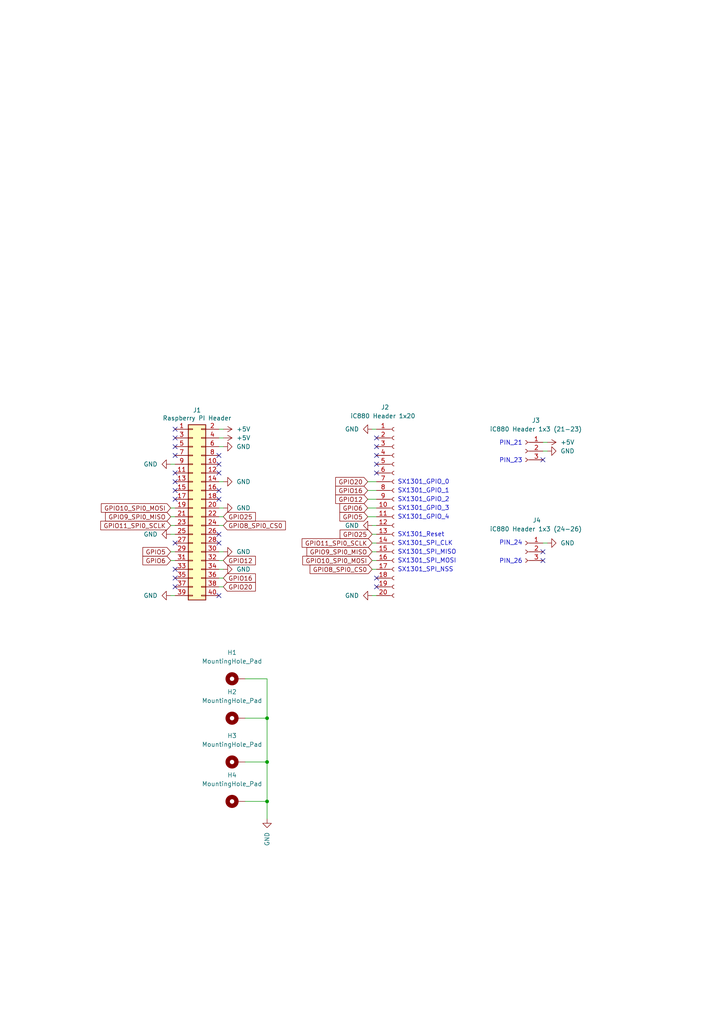
<source format=kicad_sch>
(kicad_sch (version 20211123) (generator eeschema)

  (uuid 65c2b2c3-7d78-4950-9d2a-750ed9c7ee51)

  (paper "A4" portrait)

  (lib_symbols
    (symbol "Connector:Conn_01x03_Female" (pin_names (offset 1.016) hide) (in_bom yes) (on_board yes)
      (property "Reference" "J" (id 0) (at 0 5.08 0)
        (effects (font (size 1.27 1.27)))
      )
      (property "Value" "Conn_01x03_Female" (id 1) (at 0 -5.08 0)
        (effects (font (size 1.27 1.27)))
      )
      (property "Footprint" "" (id 2) (at 0 0 0)
        (effects (font (size 1.27 1.27)) hide)
      )
      (property "Datasheet" "~" (id 3) (at 0 0 0)
        (effects (font (size 1.27 1.27)) hide)
      )
      (property "ki_keywords" "connector" (id 4) (at 0 0 0)
        (effects (font (size 1.27 1.27)) hide)
      )
      (property "ki_description" "Generic connector, single row, 01x03, script generated (kicad-library-utils/schlib/autogen/connector/)" (id 5) (at 0 0 0)
        (effects (font (size 1.27 1.27)) hide)
      )
      (property "ki_fp_filters" "Connector*:*_1x??_*" (id 6) (at 0 0 0)
        (effects (font (size 1.27 1.27)) hide)
      )
      (symbol "Conn_01x03_Female_1_1"
        (arc (start 0 -2.032) (mid -0.508 -2.54) (end 0 -3.048)
          (stroke (width 0.1524) (type default) (color 0 0 0 0))
          (fill (type none))
        )
        (polyline
          (pts
            (xy -1.27 -2.54)
            (xy -0.508 -2.54)
          )
          (stroke (width 0.1524) (type default) (color 0 0 0 0))
          (fill (type none))
        )
        (polyline
          (pts
            (xy -1.27 0)
            (xy -0.508 0)
          )
          (stroke (width 0.1524) (type default) (color 0 0 0 0))
          (fill (type none))
        )
        (polyline
          (pts
            (xy -1.27 2.54)
            (xy -0.508 2.54)
          )
          (stroke (width 0.1524) (type default) (color 0 0 0 0))
          (fill (type none))
        )
        (arc (start 0 0.508) (mid -0.508 0) (end 0 -0.508)
          (stroke (width 0.1524) (type default) (color 0 0 0 0))
          (fill (type none))
        )
        (arc (start 0 3.048) (mid -0.508 2.54) (end 0 2.032)
          (stroke (width 0.1524) (type default) (color 0 0 0 0))
          (fill (type none))
        )
        (pin passive line (at -5.08 2.54 0) (length 3.81)
          (name "Pin_1" (effects (font (size 1.27 1.27))))
          (number "1" (effects (font (size 1.27 1.27))))
        )
        (pin passive line (at -5.08 0 0) (length 3.81)
          (name "Pin_2" (effects (font (size 1.27 1.27))))
          (number "2" (effects (font (size 1.27 1.27))))
        )
        (pin passive line (at -5.08 -2.54 0) (length 3.81)
          (name "Pin_3" (effects (font (size 1.27 1.27))))
          (number "3" (effects (font (size 1.27 1.27))))
        )
      )
    )
    (symbol "Connector:Conn_01x20_Female" (pin_names (offset 1.016) hide) (in_bom yes) (on_board yes)
      (property "Reference" "J" (id 0) (at 0 25.4 0)
        (effects (font (size 1.27 1.27)))
      )
      (property "Value" "Conn_01x20_Female" (id 1) (at 0 -27.94 0)
        (effects (font (size 1.27 1.27)))
      )
      (property "Footprint" "" (id 2) (at 0 0 0)
        (effects (font (size 1.27 1.27)) hide)
      )
      (property "Datasheet" "~" (id 3) (at 0 0 0)
        (effects (font (size 1.27 1.27)) hide)
      )
      (property "ki_keywords" "connector" (id 4) (at 0 0 0)
        (effects (font (size 1.27 1.27)) hide)
      )
      (property "ki_description" "Generic connector, single row, 01x20, script generated (kicad-library-utils/schlib/autogen/connector/)" (id 5) (at 0 0 0)
        (effects (font (size 1.27 1.27)) hide)
      )
      (property "ki_fp_filters" "Connector*:*_1x??_*" (id 6) (at 0 0 0)
        (effects (font (size 1.27 1.27)) hide)
      )
      (symbol "Conn_01x20_Female_1_1"
        (arc (start 0 -24.892) (mid -0.508 -25.4) (end 0 -25.908)
          (stroke (width 0.1524) (type default) (color 0 0 0 0))
          (fill (type none))
        )
        (arc (start 0 -22.352) (mid -0.508 -22.86) (end 0 -23.368)
          (stroke (width 0.1524) (type default) (color 0 0 0 0))
          (fill (type none))
        )
        (arc (start 0 -19.812) (mid -0.508 -20.32) (end 0 -20.828)
          (stroke (width 0.1524) (type default) (color 0 0 0 0))
          (fill (type none))
        )
        (arc (start 0 -17.272) (mid -0.508 -17.78) (end 0 -18.288)
          (stroke (width 0.1524) (type default) (color 0 0 0 0))
          (fill (type none))
        )
        (arc (start 0 -14.732) (mid -0.508 -15.24) (end 0 -15.748)
          (stroke (width 0.1524) (type default) (color 0 0 0 0))
          (fill (type none))
        )
        (arc (start 0 -12.192) (mid -0.508 -12.7) (end 0 -13.208)
          (stroke (width 0.1524) (type default) (color 0 0 0 0))
          (fill (type none))
        )
        (arc (start 0 -9.652) (mid -0.508 -10.16) (end 0 -10.668)
          (stroke (width 0.1524) (type default) (color 0 0 0 0))
          (fill (type none))
        )
        (arc (start 0 -7.112) (mid -0.508 -7.62) (end 0 -8.128)
          (stroke (width 0.1524) (type default) (color 0 0 0 0))
          (fill (type none))
        )
        (arc (start 0 -4.572) (mid -0.508 -5.08) (end 0 -5.588)
          (stroke (width 0.1524) (type default) (color 0 0 0 0))
          (fill (type none))
        )
        (arc (start 0 -2.032) (mid -0.508 -2.54) (end 0 -3.048)
          (stroke (width 0.1524) (type default) (color 0 0 0 0))
          (fill (type none))
        )
        (polyline
          (pts
            (xy -1.27 -25.4)
            (xy -0.508 -25.4)
          )
          (stroke (width 0.1524) (type default) (color 0 0 0 0))
          (fill (type none))
        )
        (polyline
          (pts
            (xy -1.27 -22.86)
            (xy -0.508 -22.86)
          )
          (stroke (width 0.1524) (type default) (color 0 0 0 0))
          (fill (type none))
        )
        (polyline
          (pts
            (xy -1.27 -20.32)
            (xy -0.508 -20.32)
          )
          (stroke (width 0.1524) (type default) (color 0 0 0 0))
          (fill (type none))
        )
        (polyline
          (pts
            (xy -1.27 -17.78)
            (xy -0.508 -17.78)
          )
          (stroke (width 0.1524) (type default) (color 0 0 0 0))
          (fill (type none))
        )
        (polyline
          (pts
            (xy -1.27 -15.24)
            (xy -0.508 -15.24)
          )
          (stroke (width 0.1524) (type default) (color 0 0 0 0))
          (fill (type none))
        )
        (polyline
          (pts
            (xy -1.27 -12.7)
            (xy -0.508 -12.7)
          )
          (stroke (width 0.1524) (type default) (color 0 0 0 0))
          (fill (type none))
        )
        (polyline
          (pts
            (xy -1.27 -10.16)
            (xy -0.508 -10.16)
          )
          (stroke (width 0.1524) (type default) (color 0 0 0 0))
          (fill (type none))
        )
        (polyline
          (pts
            (xy -1.27 -7.62)
            (xy -0.508 -7.62)
          )
          (stroke (width 0.1524) (type default) (color 0 0 0 0))
          (fill (type none))
        )
        (polyline
          (pts
            (xy -1.27 -5.08)
            (xy -0.508 -5.08)
          )
          (stroke (width 0.1524) (type default) (color 0 0 0 0))
          (fill (type none))
        )
        (polyline
          (pts
            (xy -1.27 -2.54)
            (xy -0.508 -2.54)
          )
          (stroke (width 0.1524) (type default) (color 0 0 0 0))
          (fill (type none))
        )
        (polyline
          (pts
            (xy -1.27 0)
            (xy -0.508 0)
          )
          (stroke (width 0.1524) (type default) (color 0 0 0 0))
          (fill (type none))
        )
        (polyline
          (pts
            (xy -1.27 2.54)
            (xy -0.508 2.54)
          )
          (stroke (width 0.1524) (type default) (color 0 0 0 0))
          (fill (type none))
        )
        (polyline
          (pts
            (xy -1.27 5.08)
            (xy -0.508 5.08)
          )
          (stroke (width 0.1524) (type default) (color 0 0 0 0))
          (fill (type none))
        )
        (polyline
          (pts
            (xy -1.27 7.62)
            (xy -0.508 7.62)
          )
          (stroke (width 0.1524) (type default) (color 0 0 0 0))
          (fill (type none))
        )
        (polyline
          (pts
            (xy -1.27 10.16)
            (xy -0.508 10.16)
          )
          (stroke (width 0.1524) (type default) (color 0 0 0 0))
          (fill (type none))
        )
        (polyline
          (pts
            (xy -1.27 12.7)
            (xy -0.508 12.7)
          )
          (stroke (width 0.1524) (type default) (color 0 0 0 0))
          (fill (type none))
        )
        (polyline
          (pts
            (xy -1.27 15.24)
            (xy -0.508 15.24)
          )
          (stroke (width 0.1524) (type default) (color 0 0 0 0))
          (fill (type none))
        )
        (polyline
          (pts
            (xy -1.27 17.78)
            (xy -0.508 17.78)
          )
          (stroke (width 0.1524) (type default) (color 0 0 0 0))
          (fill (type none))
        )
        (polyline
          (pts
            (xy -1.27 20.32)
            (xy -0.508 20.32)
          )
          (stroke (width 0.1524) (type default) (color 0 0 0 0))
          (fill (type none))
        )
        (polyline
          (pts
            (xy -1.27 22.86)
            (xy -0.508 22.86)
          )
          (stroke (width 0.1524) (type default) (color 0 0 0 0))
          (fill (type none))
        )
        (arc (start 0 0.508) (mid -0.508 0) (end 0 -0.508)
          (stroke (width 0.1524) (type default) (color 0 0 0 0))
          (fill (type none))
        )
        (arc (start 0 3.048) (mid -0.508 2.54) (end 0 2.032)
          (stroke (width 0.1524) (type default) (color 0 0 0 0))
          (fill (type none))
        )
        (arc (start 0 5.588) (mid -0.508 5.08) (end 0 4.572)
          (stroke (width 0.1524) (type default) (color 0 0 0 0))
          (fill (type none))
        )
        (arc (start 0 8.128) (mid -0.508 7.62) (end 0 7.112)
          (stroke (width 0.1524) (type default) (color 0 0 0 0))
          (fill (type none))
        )
        (arc (start 0 10.668) (mid -0.508 10.16) (end 0 9.652)
          (stroke (width 0.1524) (type default) (color 0 0 0 0))
          (fill (type none))
        )
        (arc (start 0 13.208) (mid -0.508 12.7) (end 0 12.192)
          (stroke (width 0.1524) (type default) (color 0 0 0 0))
          (fill (type none))
        )
        (arc (start 0 15.748) (mid -0.508 15.24) (end 0 14.732)
          (stroke (width 0.1524) (type default) (color 0 0 0 0))
          (fill (type none))
        )
        (arc (start 0 18.288) (mid -0.508 17.78) (end 0 17.272)
          (stroke (width 0.1524) (type default) (color 0 0 0 0))
          (fill (type none))
        )
        (arc (start 0 20.828) (mid -0.508 20.32) (end 0 19.812)
          (stroke (width 0.1524) (type default) (color 0 0 0 0))
          (fill (type none))
        )
        (arc (start 0 23.368) (mid -0.508 22.86) (end 0 22.352)
          (stroke (width 0.1524) (type default) (color 0 0 0 0))
          (fill (type none))
        )
        (pin passive line (at -5.08 22.86 0) (length 3.81)
          (name "Pin_1" (effects (font (size 1.27 1.27))))
          (number "1" (effects (font (size 1.27 1.27))))
        )
        (pin passive line (at -5.08 0 0) (length 3.81)
          (name "Pin_10" (effects (font (size 1.27 1.27))))
          (number "10" (effects (font (size 1.27 1.27))))
        )
        (pin passive line (at -5.08 -2.54 0) (length 3.81)
          (name "Pin_11" (effects (font (size 1.27 1.27))))
          (number "11" (effects (font (size 1.27 1.27))))
        )
        (pin passive line (at -5.08 -5.08 0) (length 3.81)
          (name "Pin_12" (effects (font (size 1.27 1.27))))
          (number "12" (effects (font (size 1.27 1.27))))
        )
        (pin passive line (at -5.08 -7.62 0) (length 3.81)
          (name "Pin_13" (effects (font (size 1.27 1.27))))
          (number "13" (effects (font (size 1.27 1.27))))
        )
        (pin passive line (at -5.08 -10.16 0) (length 3.81)
          (name "Pin_14" (effects (font (size 1.27 1.27))))
          (number "14" (effects (font (size 1.27 1.27))))
        )
        (pin passive line (at -5.08 -12.7 0) (length 3.81)
          (name "Pin_15" (effects (font (size 1.27 1.27))))
          (number "15" (effects (font (size 1.27 1.27))))
        )
        (pin passive line (at -5.08 -15.24 0) (length 3.81)
          (name "Pin_16" (effects (font (size 1.27 1.27))))
          (number "16" (effects (font (size 1.27 1.27))))
        )
        (pin passive line (at -5.08 -17.78 0) (length 3.81)
          (name "Pin_17" (effects (font (size 1.27 1.27))))
          (number "17" (effects (font (size 1.27 1.27))))
        )
        (pin passive line (at -5.08 -20.32 0) (length 3.81)
          (name "Pin_18" (effects (font (size 1.27 1.27))))
          (number "18" (effects (font (size 1.27 1.27))))
        )
        (pin passive line (at -5.08 -22.86 0) (length 3.81)
          (name "Pin_19" (effects (font (size 1.27 1.27))))
          (number "19" (effects (font (size 1.27 1.27))))
        )
        (pin passive line (at -5.08 20.32 0) (length 3.81)
          (name "Pin_2" (effects (font (size 1.27 1.27))))
          (number "2" (effects (font (size 1.27 1.27))))
        )
        (pin passive line (at -5.08 -25.4 0) (length 3.81)
          (name "Pin_20" (effects (font (size 1.27 1.27))))
          (number "20" (effects (font (size 1.27 1.27))))
        )
        (pin passive line (at -5.08 17.78 0) (length 3.81)
          (name "Pin_3" (effects (font (size 1.27 1.27))))
          (number "3" (effects (font (size 1.27 1.27))))
        )
        (pin passive line (at -5.08 15.24 0) (length 3.81)
          (name "Pin_4" (effects (font (size 1.27 1.27))))
          (number "4" (effects (font (size 1.27 1.27))))
        )
        (pin passive line (at -5.08 12.7 0) (length 3.81)
          (name "Pin_5" (effects (font (size 1.27 1.27))))
          (number "5" (effects (font (size 1.27 1.27))))
        )
        (pin passive line (at -5.08 10.16 0) (length 3.81)
          (name "Pin_6" (effects (font (size 1.27 1.27))))
          (number "6" (effects (font (size 1.27 1.27))))
        )
        (pin passive line (at -5.08 7.62 0) (length 3.81)
          (name "Pin_7" (effects (font (size 1.27 1.27))))
          (number "7" (effects (font (size 1.27 1.27))))
        )
        (pin passive line (at -5.08 5.08 0) (length 3.81)
          (name "Pin_8" (effects (font (size 1.27 1.27))))
          (number "8" (effects (font (size 1.27 1.27))))
        )
        (pin passive line (at -5.08 2.54 0) (length 3.81)
          (name "Pin_9" (effects (font (size 1.27 1.27))))
          (number "9" (effects (font (size 1.27 1.27))))
        )
      )
    )
    (symbol "Connector_Generic:Conn_02x20_Odd_Even" (pin_names (offset 1.016) hide) (in_bom yes) (on_board yes)
      (property "Reference" "J" (id 0) (at 1.27 25.4 0)
        (effects (font (size 1.27 1.27)))
      )
      (property "Value" "Conn_02x20_Odd_Even" (id 1) (at 1.27 -27.94 0)
        (effects (font (size 1.27 1.27)))
      )
      (property "Footprint" "" (id 2) (at 0 0 0)
        (effects (font (size 1.27 1.27)) hide)
      )
      (property "Datasheet" "~" (id 3) (at 0 0 0)
        (effects (font (size 1.27 1.27)) hide)
      )
      (property "ki_keywords" "connector" (id 4) (at 0 0 0)
        (effects (font (size 1.27 1.27)) hide)
      )
      (property "ki_description" "Generic connector, double row, 02x20, odd/even pin numbering scheme (row 1 odd numbers, row 2 even numbers), script generated (kicad-library-utils/schlib/autogen/connector/)" (id 5) (at 0 0 0)
        (effects (font (size 1.27 1.27)) hide)
      )
      (property "ki_fp_filters" "Connector*:*_2x??_*" (id 6) (at 0 0 0)
        (effects (font (size 1.27 1.27)) hide)
      )
      (symbol "Conn_02x20_Odd_Even_1_1"
        (rectangle (start -1.27 -25.273) (end 0 -25.527)
          (stroke (width 0.1524) (type default) (color 0 0 0 0))
          (fill (type none))
        )
        (rectangle (start -1.27 -22.733) (end 0 -22.987)
          (stroke (width 0.1524) (type default) (color 0 0 0 0))
          (fill (type none))
        )
        (rectangle (start -1.27 -20.193) (end 0 -20.447)
          (stroke (width 0.1524) (type default) (color 0 0 0 0))
          (fill (type none))
        )
        (rectangle (start -1.27 -17.653) (end 0 -17.907)
          (stroke (width 0.1524) (type default) (color 0 0 0 0))
          (fill (type none))
        )
        (rectangle (start -1.27 -15.113) (end 0 -15.367)
          (stroke (width 0.1524) (type default) (color 0 0 0 0))
          (fill (type none))
        )
        (rectangle (start -1.27 -12.573) (end 0 -12.827)
          (stroke (width 0.1524) (type default) (color 0 0 0 0))
          (fill (type none))
        )
        (rectangle (start -1.27 -10.033) (end 0 -10.287)
          (stroke (width 0.1524) (type default) (color 0 0 0 0))
          (fill (type none))
        )
        (rectangle (start -1.27 -7.493) (end 0 -7.747)
          (stroke (width 0.1524) (type default) (color 0 0 0 0))
          (fill (type none))
        )
        (rectangle (start -1.27 -4.953) (end 0 -5.207)
          (stroke (width 0.1524) (type default) (color 0 0 0 0))
          (fill (type none))
        )
        (rectangle (start -1.27 -2.413) (end 0 -2.667)
          (stroke (width 0.1524) (type default) (color 0 0 0 0))
          (fill (type none))
        )
        (rectangle (start -1.27 0.127) (end 0 -0.127)
          (stroke (width 0.1524) (type default) (color 0 0 0 0))
          (fill (type none))
        )
        (rectangle (start -1.27 2.667) (end 0 2.413)
          (stroke (width 0.1524) (type default) (color 0 0 0 0))
          (fill (type none))
        )
        (rectangle (start -1.27 5.207) (end 0 4.953)
          (stroke (width 0.1524) (type default) (color 0 0 0 0))
          (fill (type none))
        )
        (rectangle (start -1.27 7.747) (end 0 7.493)
          (stroke (width 0.1524) (type default) (color 0 0 0 0))
          (fill (type none))
        )
        (rectangle (start -1.27 10.287) (end 0 10.033)
          (stroke (width 0.1524) (type default) (color 0 0 0 0))
          (fill (type none))
        )
        (rectangle (start -1.27 12.827) (end 0 12.573)
          (stroke (width 0.1524) (type default) (color 0 0 0 0))
          (fill (type none))
        )
        (rectangle (start -1.27 15.367) (end 0 15.113)
          (stroke (width 0.1524) (type default) (color 0 0 0 0))
          (fill (type none))
        )
        (rectangle (start -1.27 17.907) (end 0 17.653)
          (stroke (width 0.1524) (type default) (color 0 0 0 0))
          (fill (type none))
        )
        (rectangle (start -1.27 20.447) (end 0 20.193)
          (stroke (width 0.1524) (type default) (color 0 0 0 0))
          (fill (type none))
        )
        (rectangle (start -1.27 22.987) (end 0 22.733)
          (stroke (width 0.1524) (type default) (color 0 0 0 0))
          (fill (type none))
        )
        (rectangle (start -1.27 24.13) (end 3.81 -26.67)
          (stroke (width 0.254) (type default) (color 0 0 0 0))
          (fill (type background))
        )
        (rectangle (start 3.81 -25.273) (end 2.54 -25.527)
          (stroke (width 0.1524) (type default) (color 0 0 0 0))
          (fill (type none))
        )
        (rectangle (start 3.81 -22.733) (end 2.54 -22.987)
          (stroke (width 0.1524) (type default) (color 0 0 0 0))
          (fill (type none))
        )
        (rectangle (start 3.81 -20.193) (end 2.54 -20.447)
          (stroke (width 0.1524) (type default) (color 0 0 0 0))
          (fill (type none))
        )
        (rectangle (start 3.81 -17.653) (end 2.54 -17.907)
          (stroke (width 0.1524) (type default) (color 0 0 0 0))
          (fill (type none))
        )
        (rectangle (start 3.81 -15.113) (end 2.54 -15.367)
          (stroke (width 0.1524) (type default) (color 0 0 0 0))
          (fill (type none))
        )
        (rectangle (start 3.81 -12.573) (end 2.54 -12.827)
          (stroke (width 0.1524) (type default) (color 0 0 0 0))
          (fill (type none))
        )
        (rectangle (start 3.81 -10.033) (end 2.54 -10.287)
          (stroke (width 0.1524) (type default) (color 0 0 0 0))
          (fill (type none))
        )
        (rectangle (start 3.81 -7.493) (end 2.54 -7.747)
          (stroke (width 0.1524) (type default) (color 0 0 0 0))
          (fill (type none))
        )
        (rectangle (start 3.81 -4.953) (end 2.54 -5.207)
          (stroke (width 0.1524) (type default) (color 0 0 0 0))
          (fill (type none))
        )
        (rectangle (start 3.81 -2.413) (end 2.54 -2.667)
          (stroke (width 0.1524) (type default) (color 0 0 0 0))
          (fill (type none))
        )
        (rectangle (start 3.81 0.127) (end 2.54 -0.127)
          (stroke (width 0.1524) (type default) (color 0 0 0 0))
          (fill (type none))
        )
        (rectangle (start 3.81 2.667) (end 2.54 2.413)
          (stroke (width 0.1524) (type default) (color 0 0 0 0))
          (fill (type none))
        )
        (rectangle (start 3.81 5.207) (end 2.54 4.953)
          (stroke (width 0.1524) (type default) (color 0 0 0 0))
          (fill (type none))
        )
        (rectangle (start 3.81 7.747) (end 2.54 7.493)
          (stroke (width 0.1524) (type default) (color 0 0 0 0))
          (fill (type none))
        )
        (rectangle (start 3.81 10.287) (end 2.54 10.033)
          (stroke (width 0.1524) (type default) (color 0 0 0 0))
          (fill (type none))
        )
        (rectangle (start 3.81 12.827) (end 2.54 12.573)
          (stroke (width 0.1524) (type default) (color 0 0 0 0))
          (fill (type none))
        )
        (rectangle (start 3.81 15.367) (end 2.54 15.113)
          (stroke (width 0.1524) (type default) (color 0 0 0 0))
          (fill (type none))
        )
        (rectangle (start 3.81 17.907) (end 2.54 17.653)
          (stroke (width 0.1524) (type default) (color 0 0 0 0))
          (fill (type none))
        )
        (rectangle (start 3.81 20.447) (end 2.54 20.193)
          (stroke (width 0.1524) (type default) (color 0 0 0 0))
          (fill (type none))
        )
        (rectangle (start 3.81 22.987) (end 2.54 22.733)
          (stroke (width 0.1524) (type default) (color 0 0 0 0))
          (fill (type none))
        )
        (pin passive line (at -5.08 22.86 0) (length 3.81)
          (name "Pin_1" (effects (font (size 1.27 1.27))))
          (number "1" (effects (font (size 1.27 1.27))))
        )
        (pin passive line (at 7.62 12.7 180) (length 3.81)
          (name "Pin_10" (effects (font (size 1.27 1.27))))
          (number "10" (effects (font (size 1.27 1.27))))
        )
        (pin passive line (at -5.08 10.16 0) (length 3.81)
          (name "Pin_11" (effects (font (size 1.27 1.27))))
          (number "11" (effects (font (size 1.27 1.27))))
        )
        (pin passive line (at 7.62 10.16 180) (length 3.81)
          (name "Pin_12" (effects (font (size 1.27 1.27))))
          (number "12" (effects (font (size 1.27 1.27))))
        )
        (pin passive line (at -5.08 7.62 0) (length 3.81)
          (name "Pin_13" (effects (font (size 1.27 1.27))))
          (number "13" (effects (font (size 1.27 1.27))))
        )
        (pin passive line (at 7.62 7.62 180) (length 3.81)
          (name "Pin_14" (effects (font (size 1.27 1.27))))
          (number "14" (effects (font (size 1.27 1.27))))
        )
        (pin passive line (at -5.08 5.08 0) (length 3.81)
          (name "Pin_15" (effects (font (size 1.27 1.27))))
          (number "15" (effects (font (size 1.27 1.27))))
        )
        (pin passive line (at 7.62 5.08 180) (length 3.81)
          (name "Pin_16" (effects (font (size 1.27 1.27))))
          (number "16" (effects (font (size 1.27 1.27))))
        )
        (pin passive line (at -5.08 2.54 0) (length 3.81)
          (name "Pin_17" (effects (font (size 1.27 1.27))))
          (number "17" (effects (font (size 1.27 1.27))))
        )
        (pin passive line (at 7.62 2.54 180) (length 3.81)
          (name "Pin_18" (effects (font (size 1.27 1.27))))
          (number "18" (effects (font (size 1.27 1.27))))
        )
        (pin passive line (at -5.08 0 0) (length 3.81)
          (name "Pin_19" (effects (font (size 1.27 1.27))))
          (number "19" (effects (font (size 1.27 1.27))))
        )
        (pin passive line (at 7.62 22.86 180) (length 3.81)
          (name "Pin_2" (effects (font (size 1.27 1.27))))
          (number "2" (effects (font (size 1.27 1.27))))
        )
        (pin passive line (at 7.62 0 180) (length 3.81)
          (name "Pin_20" (effects (font (size 1.27 1.27))))
          (number "20" (effects (font (size 1.27 1.27))))
        )
        (pin passive line (at -5.08 -2.54 0) (length 3.81)
          (name "Pin_21" (effects (font (size 1.27 1.27))))
          (number "21" (effects (font (size 1.27 1.27))))
        )
        (pin passive line (at 7.62 -2.54 180) (length 3.81)
          (name "Pin_22" (effects (font (size 1.27 1.27))))
          (number "22" (effects (font (size 1.27 1.27))))
        )
        (pin passive line (at -5.08 -5.08 0) (length 3.81)
          (name "Pin_23" (effects (font (size 1.27 1.27))))
          (number "23" (effects (font (size 1.27 1.27))))
        )
        (pin passive line (at 7.62 -5.08 180) (length 3.81)
          (name "Pin_24" (effects (font (size 1.27 1.27))))
          (number "24" (effects (font (size 1.27 1.27))))
        )
        (pin passive line (at -5.08 -7.62 0) (length 3.81)
          (name "Pin_25" (effects (font (size 1.27 1.27))))
          (number "25" (effects (font (size 1.27 1.27))))
        )
        (pin passive line (at 7.62 -7.62 180) (length 3.81)
          (name "Pin_26" (effects (font (size 1.27 1.27))))
          (number "26" (effects (font (size 1.27 1.27))))
        )
        (pin passive line (at -5.08 -10.16 0) (length 3.81)
          (name "Pin_27" (effects (font (size 1.27 1.27))))
          (number "27" (effects (font (size 1.27 1.27))))
        )
        (pin passive line (at 7.62 -10.16 180) (length 3.81)
          (name "Pin_28" (effects (font (size 1.27 1.27))))
          (number "28" (effects (font (size 1.27 1.27))))
        )
        (pin passive line (at -5.08 -12.7 0) (length 3.81)
          (name "Pin_29" (effects (font (size 1.27 1.27))))
          (number "29" (effects (font (size 1.27 1.27))))
        )
        (pin passive line (at -5.08 20.32 0) (length 3.81)
          (name "Pin_3" (effects (font (size 1.27 1.27))))
          (number "3" (effects (font (size 1.27 1.27))))
        )
        (pin passive line (at 7.62 -12.7 180) (length 3.81)
          (name "Pin_30" (effects (font (size 1.27 1.27))))
          (number "30" (effects (font (size 1.27 1.27))))
        )
        (pin passive line (at -5.08 -15.24 0) (length 3.81)
          (name "Pin_31" (effects (font (size 1.27 1.27))))
          (number "31" (effects (font (size 1.27 1.27))))
        )
        (pin passive line (at 7.62 -15.24 180) (length 3.81)
          (name "Pin_32" (effects (font (size 1.27 1.27))))
          (number "32" (effects (font (size 1.27 1.27))))
        )
        (pin passive line (at -5.08 -17.78 0) (length 3.81)
          (name "Pin_33" (effects (font (size 1.27 1.27))))
          (number "33" (effects (font (size 1.27 1.27))))
        )
        (pin passive line (at 7.62 -17.78 180) (length 3.81)
          (name "Pin_34" (effects (font (size 1.27 1.27))))
          (number "34" (effects (font (size 1.27 1.27))))
        )
        (pin passive line (at -5.08 -20.32 0) (length 3.81)
          (name "Pin_35" (effects (font (size 1.27 1.27))))
          (number "35" (effects (font (size 1.27 1.27))))
        )
        (pin passive line (at 7.62 -20.32 180) (length 3.81)
          (name "Pin_36" (effects (font (size 1.27 1.27))))
          (number "36" (effects (font (size 1.27 1.27))))
        )
        (pin passive line (at -5.08 -22.86 0) (length 3.81)
          (name "Pin_37" (effects (font (size 1.27 1.27))))
          (number "37" (effects (font (size 1.27 1.27))))
        )
        (pin passive line (at 7.62 -22.86 180) (length 3.81)
          (name "Pin_38" (effects (font (size 1.27 1.27))))
          (number "38" (effects (font (size 1.27 1.27))))
        )
        (pin passive line (at -5.08 -25.4 0) (length 3.81)
          (name "Pin_39" (effects (font (size 1.27 1.27))))
          (number "39" (effects (font (size 1.27 1.27))))
        )
        (pin passive line (at 7.62 20.32 180) (length 3.81)
          (name "Pin_4" (effects (font (size 1.27 1.27))))
          (number "4" (effects (font (size 1.27 1.27))))
        )
        (pin passive line (at 7.62 -25.4 180) (length 3.81)
          (name "Pin_40" (effects (font (size 1.27 1.27))))
          (number "40" (effects (font (size 1.27 1.27))))
        )
        (pin passive line (at -5.08 17.78 0) (length 3.81)
          (name "Pin_5" (effects (font (size 1.27 1.27))))
          (number "5" (effects (font (size 1.27 1.27))))
        )
        (pin passive line (at 7.62 17.78 180) (length 3.81)
          (name "Pin_6" (effects (font (size 1.27 1.27))))
          (number "6" (effects (font (size 1.27 1.27))))
        )
        (pin passive line (at -5.08 15.24 0) (length 3.81)
          (name "Pin_7" (effects (font (size 1.27 1.27))))
          (number "7" (effects (font (size 1.27 1.27))))
        )
        (pin passive line (at 7.62 15.24 180) (length 3.81)
          (name "Pin_8" (effects (font (size 1.27 1.27))))
          (number "8" (effects (font (size 1.27 1.27))))
        )
        (pin passive line (at -5.08 12.7 0) (length 3.81)
          (name "Pin_9" (effects (font (size 1.27 1.27))))
          (number "9" (effects (font (size 1.27 1.27))))
        )
      )
    )
    (symbol "Mechanical:MountingHole_Pad" (pin_numbers hide) (pin_names (offset 1.016) hide) (in_bom yes) (on_board yes)
      (property "Reference" "H" (id 0) (at 0 6.35 0)
        (effects (font (size 1.27 1.27)))
      )
      (property "Value" "MountingHole_Pad" (id 1) (at 0 4.445 0)
        (effects (font (size 1.27 1.27)))
      )
      (property "Footprint" "" (id 2) (at 0 0 0)
        (effects (font (size 1.27 1.27)) hide)
      )
      (property "Datasheet" "~" (id 3) (at 0 0 0)
        (effects (font (size 1.27 1.27)) hide)
      )
      (property "ki_keywords" "mounting hole" (id 4) (at 0 0 0)
        (effects (font (size 1.27 1.27)) hide)
      )
      (property "ki_description" "Mounting Hole with connection" (id 5) (at 0 0 0)
        (effects (font (size 1.27 1.27)) hide)
      )
      (property "ki_fp_filters" "MountingHole*Pad*" (id 6) (at 0 0 0)
        (effects (font (size 1.27 1.27)) hide)
      )
      (symbol "MountingHole_Pad_0_1"
        (circle (center 0 1.27) (radius 1.27)
          (stroke (width 1.27) (type default) (color 0 0 0 0))
          (fill (type none))
        )
      )
      (symbol "MountingHole_Pad_1_1"
        (pin input line (at 0 -2.54 90) (length 2.54)
          (name "1" (effects (font (size 1.27 1.27))))
          (number "1" (effects (font (size 1.27 1.27))))
        )
      )
    )
    (symbol "power:+5V" (power) (pin_names (offset 0)) (in_bom yes) (on_board yes)
      (property "Reference" "#PWR" (id 0) (at 0 -3.81 0)
        (effects (font (size 1.27 1.27)) hide)
      )
      (property "Value" "+5V" (id 1) (at 0 3.556 0)
        (effects (font (size 1.27 1.27)))
      )
      (property "Footprint" "" (id 2) (at 0 0 0)
        (effects (font (size 1.27 1.27)) hide)
      )
      (property "Datasheet" "" (id 3) (at 0 0 0)
        (effects (font (size 1.27 1.27)) hide)
      )
      (property "ki_keywords" "global power" (id 4) (at 0 0 0)
        (effects (font (size 1.27 1.27)) hide)
      )
      (property "ki_description" "Power symbol creates a global label with name \"+5V\"" (id 5) (at 0 0 0)
        (effects (font (size 1.27 1.27)) hide)
      )
      (symbol "+5V_0_1"
        (polyline
          (pts
            (xy -0.762 1.27)
            (xy 0 2.54)
          )
          (stroke (width 0) (type default) (color 0 0 0 0))
          (fill (type none))
        )
        (polyline
          (pts
            (xy 0 0)
            (xy 0 2.54)
          )
          (stroke (width 0) (type default) (color 0 0 0 0))
          (fill (type none))
        )
        (polyline
          (pts
            (xy 0 2.54)
            (xy 0.762 1.27)
          )
          (stroke (width 0) (type default) (color 0 0 0 0))
          (fill (type none))
        )
      )
      (symbol "+5V_1_1"
        (pin power_in line (at 0 0 90) (length 0) hide
          (name "+5V" (effects (font (size 1.27 1.27))))
          (number "1" (effects (font (size 1.27 1.27))))
        )
      )
    )
    (symbol "power:GND" (power) (pin_names (offset 0)) (in_bom yes) (on_board yes)
      (property "Reference" "#PWR" (id 0) (at 0 -6.35 0)
        (effects (font (size 1.27 1.27)) hide)
      )
      (property "Value" "GND" (id 1) (at 0 -3.81 0)
        (effects (font (size 1.27 1.27)))
      )
      (property "Footprint" "" (id 2) (at 0 0 0)
        (effects (font (size 1.27 1.27)) hide)
      )
      (property "Datasheet" "" (id 3) (at 0 0 0)
        (effects (font (size 1.27 1.27)) hide)
      )
      (property "ki_keywords" "global power" (id 4) (at 0 0 0)
        (effects (font (size 1.27 1.27)) hide)
      )
      (property "ki_description" "Power symbol creates a global label with name \"GND\" , ground" (id 5) (at 0 0 0)
        (effects (font (size 1.27 1.27)) hide)
      )
      (symbol "GND_0_1"
        (polyline
          (pts
            (xy 0 0)
            (xy 0 -1.27)
            (xy 1.27 -1.27)
            (xy 0 -2.54)
            (xy -1.27 -1.27)
            (xy 0 -1.27)
          )
          (stroke (width 0) (type default) (color 0 0 0 0))
          (fill (type none))
        )
      )
      (symbol "GND_1_1"
        (pin power_in line (at 0 0 270) (length 0) hide
          (name "GND" (effects (font (size 1.27 1.27))))
          (number "1" (effects (font (size 1.27 1.27))))
        )
      )
    )
  )

  (junction (at 77.47 208.28) (diameter 0) (color 0 0 0 0)
    (uuid 4bafd017-c50f-4903-8a5f-43c0f968e7ae)
  )
  (junction (at 77.47 220.98) (diameter 0) (color 0 0 0 0)
    (uuid 6b8f8383-25cc-47cb-8d9b-4dd99959bdbb)
  )
  (junction (at 77.47 232.41) (diameter 0) (color 0 0 0 0)
    (uuid ad918802-d07d-4e9d-b972-10c1ceea3d65)
  )

  (no_connect (at 50.8 165.1) (uuid 0dbd6995-2ccd-4561-8cc6-e17190b93c5b))
  (no_connect (at 50.8 127) (uuid 0f928746-bd4c-4645-bf29-b766c68dd15b))
  (no_connect (at 63.5 157.48) (uuid 0f95e182-1bb4-44b2-a9e3-50ce71b8efde))
  (no_connect (at 109.22 167.64) (uuid 184991aa-05b6-4100-ba84-55c74fef2480))
  (no_connect (at 157.48 133.35) (uuid 1b7f5982-9df7-4759-88db-5bb036070b1b))
  (no_connect (at 109.22 137.16) (uuid 2cb59643-6bd8-4117-84d9-9fb6438dbbcb))
  (no_connect (at 50.8 132.08) (uuid 34e7f3ed-d2b4-4fc5-9a61-958636cede69))
  (no_connect (at 50.8 124.46) (uuid 3b2cd48a-fc35-4b45-bf52-a9e5e492c024))
  (no_connect (at 50.8 139.7) (uuid 3c6978d9-f627-4a70-ad5d-9a7a891886be))
  (no_connect (at 63.5 154.94) (uuid 4616acb3-4506-4117-a964-7b7a31ef52d6))
  (no_connect (at 109.22 127) (uuid 54ec0664-53a1-478e-b656-7449aee45907))
  (no_connect (at 63.5 132.08) (uuid 68e434d4-8962-4203-8286-9e05749199ff))
  (no_connect (at 63.5 144.78) (uuid 6b9f812b-3f3f-4259-a518-37b192e04a3d))
  (no_connect (at 63.5 134.62) (uuid 6f510e77-345c-40b8-a4a6-e2ef4a78b465))
  (no_connect (at 50.8 170.18) (uuid 81128899-8d76-42ec-b56b-3efe061546e8))
  (no_connect (at 63.5 172.72) (uuid 8f1a6b6e-e2c4-4baf-8f10-87d8aab50fa5))
  (no_connect (at 109.22 129.54) (uuid 91f7028b-a293-4d54-92b8-03e899f6a798))
  (no_connect (at 63.5 142.24) (uuid 9d48b67e-5c71-491d-ac51-1eed79d2e5c1))
  (no_connect (at 109.22 170.18) (uuid 9e31d5e7-40f2-4fb6-90f2-7421b5e0565f))
  (no_connect (at 157.48 160.02) (uuid a5ec4dac-e7d7-43f5-9832-b05ecfd14a11))
  (no_connect (at 50.8 157.48) (uuid a94d8cb0-e7b8-45fd-bf8f-0dba9b2a4001))
  (no_connect (at 50.8 129.54) (uuid a9f27bfe-0355-4194-bbb2-69ad1f8bbffc))
  (no_connect (at 50.8 137.16) (uuid af9f04f9-052d-484d-945c-64990396bd0a))
  (no_connect (at 63.5 137.16) (uuid b416ef92-3644-43ae-9e9a-3c8bd8374ca8))
  (no_connect (at 50.8 144.78) (uuid b9fd0a40-a815-4d36-b42d-cc78173572de))
  (no_connect (at 50.8 142.24) (uuid d91012da-146e-4444-913f-fb20629cc8e0))
  (no_connect (at 50.8 167.64) (uuid d9f4afda-3d05-45cc-a76e-e7bcbc8f5585))
  (no_connect (at 157.48 162.56) (uuid e3964687-4092-49c3-b256-00b26a05b197))
  (no_connect (at 109.22 132.08) (uuid e8b88a6e-49f2-4113-8795-1e9df1319d3e))
  (no_connect (at 109.22 134.62) (uuid ef9e1ba0-f0fc-440c-bafc-b46da604d270))

  (wire (pts (xy 107.95 154.94) (xy 109.22 154.94))
    (stroke (width 0) (type default) (color 0 0 0 0))
    (uuid 07e0864c-a9ca-4bc0-a7e1-cd0fffc1df52)
  )
  (wire (pts (xy 63.5 170.18) (xy 64.77 170.18))
    (stroke (width 0) (type default) (color 0 0 0 0))
    (uuid 08e50284-dbf3-4575-824e-31cd4c6b062f)
  )
  (wire (pts (xy 107.95 162.56) (xy 109.22 162.56))
    (stroke (width 0) (type default) (color 0 0 0 0))
    (uuid 0d2ab94b-f282-496a-936d-4889cec9995c)
  )
  (wire (pts (xy 106.68 147.32) (xy 109.22 147.32))
    (stroke (width 0) (type default) (color 0 0 0 0))
    (uuid 1a6495ac-1932-43a7-b0f3-3ef0aa740a3f)
  )
  (wire (pts (xy 106.68 142.24) (xy 109.22 142.24))
    (stroke (width 0) (type default) (color 0 0 0 0))
    (uuid 2a548c5a-270d-40e3-bede-4766ff05c20f)
  )
  (wire (pts (xy 77.47 232.41) (xy 77.47 237.49))
    (stroke (width 0) (type default) (color 0 0 0 0))
    (uuid 2a617b12-80d6-48cd-872d-a91a13c29343)
  )
  (wire (pts (xy 64.77 167.64) (xy 63.5 167.64))
    (stroke (width 0) (type default) (color 0 0 0 0))
    (uuid 31442560-b3bb-43c7-b644-fe79c055e2c6)
  )
  (wire (pts (xy 49.53 162.56) (xy 50.8 162.56))
    (stroke (width 0) (type default) (color 0 0 0 0))
    (uuid 324f1b36-cb4f-4ae3-9fe6-3a0c453d0ac4)
  )
  (wire (pts (xy 49.53 160.02) (xy 50.8 160.02))
    (stroke (width 0) (type default) (color 0 0 0 0))
    (uuid 366b937a-4d07-4436-a890-2711f803f3f5)
  )
  (wire (pts (xy 106.68 144.78) (xy 109.22 144.78))
    (stroke (width 0) (type default) (color 0 0 0 0))
    (uuid 378a2c93-71af-4726-96f8-ba07ef5ccd39)
  )
  (wire (pts (xy 63.5 129.54) (xy 64.77 129.54))
    (stroke (width 0) (type default) (color 0 0 0 0))
    (uuid 40b376ac-929d-43be-af93-ace2dd653658)
  )
  (wire (pts (xy 109.22 152.4) (xy 107.95 152.4))
    (stroke (width 0) (type default) (color 0 0 0 0))
    (uuid 40fee680-10bf-416f-9c16-f5ef7943882a)
  )
  (wire (pts (xy 157.48 130.81) (xy 158.75 130.81))
    (stroke (width 0) (type default) (color 0 0 0 0))
    (uuid 4a4a5db4-eff7-4867-865b-b993d31d0df5)
  )
  (wire (pts (xy 64.77 139.7) (xy 63.5 139.7))
    (stroke (width 0) (type default) (color 0 0 0 0))
    (uuid 4c7c0d6f-47b0-4448-9d58-a5782370294e)
  )
  (wire (pts (xy 50.8 172.72) (xy 49.53 172.72))
    (stroke (width 0) (type default) (color 0 0 0 0))
    (uuid 4d5f50dd-fc1f-4b3c-bde0-72b207c7432d)
  )
  (wire (pts (xy 63.5 124.46) (xy 64.77 124.46))
    (stroke (width 0) (type default) (color 0 0 0 0))
    (uuid 4f3e6019-3af4-4ed6-bc4d-bbd2a9115bc8)
  )
  (wire (pts (xy 107.95 157.48) (xy 109.22 157.48))
    (stroke (width 0) (type default) (color 0 0 0 0))
    (uuid 542fcc66-f6df-4b4c-97d6-6ac13e6e6edd)
  )
  (wire (pts (xy 63.5 127) (xy 64.77 127))
    (stroke (width 0) (type default) (color 0 0 0 0))
    (uuid 549405e4-ee36-4a35-aa96-d3d60d07458e)
  )
  (wire (pts (xy 157.48 157.48) (xy 158.75 157.48))
    (stroke (width 0) (type default) (color 0 0 0 0))
    (uuid 5727edb8-5d57-4b79-ab1c-10a1036a0c40)
  )
  (wire (pts (xy 77.47 220.98) (xy 77.47 232.41))
    (stroke (width 0) (type default) (color 0 0 0 0))
    (uuid 5a4b09e9-b25f-4a2e-af4a-2406656e84e6)
  )
  (wire (pts (xy 64.77 147.32) (xy 63.5 147.32))
    (stroke (width 0) (type default) (color 0 0 0 0))
    (uuid 5f674cb9-3b29-4dd6-981c-8a1727f27e24)
  )
  (wire (pts (xy 49.53 154.94) (xy 50.8 154.94))
    (stroke (width 0) (type default) (color 0 0 0 0))
    (uuid 601dab2d-255b-4977-a52b-77327451f721)
  )
  (wire (pts (xy 107.95 165.1) (xy 109.22 165.1))
    (stroke (width 0) (type default) (color 0 0 0 0))
    (uuid 6ade4d8b-2ebc-427c-9b5c-e3d2b90b99bc)
  )
  (wire (pts (xy 71.12 220.98) (xy 77.47 220.98))
    (stroke (width 0) (type default) (color 0 0 0 0))
    (uuid 781c9faa-6a49-4773-ab77-5797175b81d3)
  )
  (wire (pts (xy 77.47 196.85) (xy 77.47 208.28))
    (stroke (width 0) (type default) (color 0 0 0 0))
    (uuid 7afd6c16-8568-45d4-9a65-68d1e299217d)
  )
  (wire (pts (xy 157.48 128.27) (xy 158.75 128.27))
    (stroke (width 0) (type default) (color 0 0 0 0))
    (uuid 7de0ae5f-8068-4fc6-9929-b2674ffbd9e6)
  )
  (wire (pts (xy 107.95 160.02) (xy 109.22 160.02))
    (stroke (width 0) (type default) (color 0 0 0 0))
    (uuid 8841eebb-cdc1-49ed-bda4-11f88e33f983)
  )
  (wire (pts (xy 64.77 165.1) (xy 63.5 165.1))
    (stroke (width 0) (type default) (color 0 0 0 0))
    (uuid 956af25c-9f32-4352-8549-7ad3b0f132e1)
  )
  (wire (pts (xy 63.5 152.4) (xy 64.77 152.4))
    (stroke (width 0) (type default) (color 0 0 0 0))
    (uuid 960f3ac4-e13d-417d-81e0-32d5df23afe1)
  )
  (wire (pts (xy 106.68 139.7) (xy 109.22 139.7))
    (stroke (width 0) (type default) (color 0 0 0 0))
    (uuid 9654cd7f-c5e2-482c-aa2b-ce8250aedfbd)
  )
  (wire (pts (xy 63.5 149.86) (xy 64.77 149.86))
    (stroke (width 0) (type default) (color 0 0 0 0))
    (uuid 9d75a00a-8bb1-4c6c-98ae-1b34589200f0)
  )
  (wire (pts (xy 49.53 149.86) (xy 50.8 149.86))
    (stroke (width 0) (type default) (color 0 0 0 0))
    (uuid a535ad47-ef06-4ca3-8894-52a8f1a36b02)
  )
  (wire (pts (xy 71.12 232.41) (xy 77.47 232.41))
    (stroke (width 0) (type default) (color 0 0 0 0))
    (uuid adf4dbaf-3ff2-420d-bf8f-bb033cd73edd)
  )
  (wire (pts (xy 49.53 152.4) (xy 50.8 152.4))
    (stroke (width 0) (type default) (color 0 0 0 0))
    (uuid b511c625-703c-4b93-bfa6-2d1a59f423ef)
  )
  (wire (pts (xy 109.22 172.72) (xy 107.95 172.72))
    (stroke (width 0) (type default) (color 0 0 0 0))
    (uuid b899717b-df90-44b2-94c2-2ef564e49857)
  )
  (wire (pts (xy 49.53 147.32) (xy 50.8 147.32))
    (stroke (width 0) (type default) (color 0 0 0 0))
    (uuid bb96fe77-5829-40e0-8d56-89a9ea23faac)
  )
  (wire (pts (xy 64.77 160.02) (xy 63.5 160.02))
    (stroke (width 0) (type default) (color 0 0 0 0))
    (uuid bef5e90e-ff99-4700-8b33-74dfc69b15ce)
  )
  (wire (pts (xy 106.68 149.86) (xy 109.22 149.86))
    (stroke (width 0) (type default) (color 0 0 0 0))
    (uuid e06e3912-5a29-4d5c-b44c-09f45cef014c)
  )
  (wire (pts (xy 71.12 196.85) (xy 77.47 196.85))
    (stroke (width 0) (type default) (color 0 0 0 0))
    (uuid e9dafcb1-c5ea-4eb3-b50d-7957b45b1c44)
  )
  (wire (pts (xy 109.22 124.46) (xy 107.95 124.46))
    (stroke (width 0) (type default) (color 0 0 0 0))
    (uuid e9fa2537-6378-4cb3-b00f-6b8055ca32f6)
  )
  (wire (pts (xy 63.5 162.56) (xy 64.77 162.56))
    (stroke (width 0) (type default) (color 0 0 0 0))
    (uuid f19a1305-237c-4ad2-b928-76ac6c69812b)
  )
  (wire (pts (xy 77.47 208.28) (xy 77.47 220.98))
    (stroke (width 0) (type default) (color 0 0 0 0))
    (uuid f655a4ac-73df-448b-94d9-2de8ec5d7942)
  )
  (wire (pts (xy 49.53 134.62) (xy 50.8 134.62))
    (stroke (width 0) (type default) (color 0 0 0 0))
    (uuid fb6321ee-54bb-4a7f-9f95-c602812c5451)
  )
  (wire (pts (xy 71.12 208.28) (xy 77.47 208.28))
    (stroke (width 0) (type default) (color 0 0 0 0))
    (uuid fdde5124-84f9-43e5-a9ac-280de819091c)
  )

  (text "PIN_24\n" (at 144.78 158.242 0)
    (effects (font (size 1.27 1.27)) (justify left bottom))
    (uuid 03eb9cf3-d92f-45b7-ac46-0e1c70d7c583)
  )
  (text "SX1301_GPIO_2" (at 115.316 145.669 0)
    (effects (font (size 1.27 1.27)) (justify left bottom))
    (uuid 05939ae5-4e77-4b5e-a074-b6afdd29fd30)
  )
  (text "SX1301_GPIO_4" (at 115.316 150.749 0)
    (effects (font (size 1.27 1.27)) (justify left bottom))
    (uuid 0b0ccdc8-7f2c-484d-a042-620953355f46)
  )
  (text "SX1301_SPI_CLK" (at 115.316 158.369 0)
    (effects (font (size 1.27 1.27)) (justify left bottom))
    (uuid 1fac5452-c521-4aed-bc86-943d0163ebd5)
  )
  (text "SX1301_SPI_MISO" (at 115.316 160.909 0)
    (effects (font (size 1.27 1.27)) (justify left bottom))
    (uuid 40686274-0efc-4c5f-ac93-36ab3c796fad)
  )
  (text "PIN_21" (at 144.78 129.286 0)
    (effects (font (size 1.27 1.27)) (justify left bottom))
    (uuid 45b5dc79-d6d8-47be-8a31-8abe3b3a5a1a)
  )
  (text "SX1301_GPIO_0" (at 115.316 140.589 0)
    (effects (font (size 1.27 1.27)) (justify left bottom))
    (uuid 49403e11-09a7-431a-bddd-c8dc4103fbe1)
  )
  (text "SX1301_GPIO_3" (at 115.316 148.209 0)
    (effects (font (size 1.27 1.27)) (justify left bottom))
    (uuid 9c99ce1e-c34c-4b71-923f-adf2204d751f)
  )
  (text "PIN_23\n" (at 144.78 134.366 0)
    (effects (font (size 1.27 1.27)) (justify left bottom))
    (uuid 9c9a7552-fcba-43a7-84e0-5cf1e1f3c724)
  )
  (text "PIN_26\n\n" (at 144.78 165.608 0)
    (effects (font (size 1.27 1.27)) (justify left bottom))
    (uuid 9fb9f86c-62ca-4b10-89a2-5d781de8f2ce)
  )
  (text "SX1301_SPI_MOSI" (at 115.316 163.449 0)
    (effects (font (size 1.27 1.27)) (justify left bottom))
    (uuid d03bb034-da9b-47ab-9868-1ce14ba188f7)
  )
  (text "SX1301_Reset" (at 115.316 155.829 0)
    (effects (font (size 1.27 1.27)) (justify left bottom))
    (uuid d288e550-0ef4-4f92-bc93-f9bbcf8267c6)
  )
  (text "SX1301_SPI_NSS" (at 115.316 165.989 0)
    (effects (font (size 1.27 1.27)) (justify left bottom))
    (uuid d501a48d-8080-41f5-bc49-357d825d568d)
  )
  (text "SX1301_GPIO_1" (at 115.316 143.129 0)
    (effects (font (size 1.27 1.27)) (justify left bottom))
    (uuid d8bb8b6b-f62e-4bf4-9ffb-01df51f3cfb7)
  )

  (global_label "GPIO11_SPI0_SCLK" (shape input) (at 107.95 157.48 180) (fields_autoplaced)
    (effects (font (size 1.27 1.27)) (justify right))
    (uuid 091c1a36-25af-44f8-baac-582d56b94bc7)
    (property "Intersheet References" "${INTERSHEET_REFS}" (id 0) (at 0 0 0)
      (effects (font (size 1.27 1.27)) hide)
    )
  )
  (global_label "GPIO20" (shape input) (at 64.77 170.18 0) (fields_autoplaced)
    (effects (font (size 1.27 1.27)) (justify left))
    (uuid 1149ef0f-5683-47f0-ba79-7f868abe6676)
    (property "Intersheet References" "${INTERSHEET_REFS}" (id 0) (at 0 0 0)
      (effects (font (size 1.27 1.27)) hide)
    )
  )
  (global_label "GPIO8_SPI0_CS0" (shape input) (at 107.95 165.1 180) (fields_autoplaced)
    (effects (font (size 1.27 1.27)) (justify right))
    (uuid 1cc023f3-4589-43d8-89a7-6393d8a90ca1)
    (property "Intersheet References" "${INTERSHEET_REFS}" (id 0) (at 0 0 0)
      (effects (font (size 1.27 1.27)) hide)
    )
  )
  (global_label "GPIO25" (shape input) (at 64.77 149.86 0) (fields_autoplaced)
    (effects (font (size 1.27 1.27)) (justify left))
    (uuid 1d12adb3-a862-4a1e-a490-f8fa02ad1e92)
    (property "Intersheet References" "${INTERSHEET_REFS}" (id 0) (at 0 0 0)
      (effects (font (size 1.27 1.27)) hide)
    )
  )
  (global_label "GPIO5" (shape input) (at 49.53 160.02 180) (fields_autoplaced)
    (effects (font (size 1.27 1.27)) (justify right))
    (uuid 1dfba8f1-9904-4e90-8663-12e8dac0213a)
    (property "Intersheet References" "${INTERSHEET_REFS}" (id 0) (at 0 0 0)
      (effects (font (size 1.27 1.27)) hide)
    )
  )
  (global_label "GPIO9_SPI0_MISO" (shape input) (at 49.53 149.86 180) (fields_autoplaced)
    (effects (font (size 1.27 1.27)) (justify right))
    (uuid 41990a43-db6e-426f-bc2f-8f78df2c3e73)
    (property "Intersheet References" "${INTERSHEET_REFS}" (id 0) (at 0 0 0)
      (effects (font (size 1.27 1.27)) hide)
    )
  )
  (global_label "GPIO9_SPI0_MISO" (shape input) (at 107.95 160.02 180) (fields_autoplaced)
    (effects (font (size 1.27 1.27)) (justify right))
    (uuid 46a2460d-5796-442c-8366-36f9926b94f1)
    (property "Intersheet References" "${INTERSHEET_REFS}" (id 0) (at 0 0 0)
      (effects (font (size 1.27 1.27)) hide)
    )
  )
  (global_label "GPIO12" (shape input) (at 106.68 144.78 180) (fields_autoplaced)
    (effects (font (size 1.27 1.27)) (justify right))
    (uuid 4e693b27-f672-411c-8a2f-a37352296004)
    (property "Intersheet References" "${INTERSHEET_REFS}" (id 0) (at 0 0 0)
      (effects (font (size 1.27 1.27)) hide)
    )
  )
  (global_label "GPIO10_SPI0_MOSI" (shape input) (at 49.53 147.32 180) (fields_autoplaced)
    (effects (font (size 1.27 1.27)) (justify right))
    (uuid 62381a21-6cd6-42df-808c-8d8455858083)
    (property "Intersheet References" "${INTERSHEET_REFS}" (id 0) (at 0 0 0)
      (effects (font (size 1.27 1.27)) hide)
    )
  )
  (global_label "GPIO10_SPI0_MOSI" (shape input) (at 107.95 162.56 180) (fields_autoplaced)
    (effects (font (size 1.27 1.27)) (justify right))
    (uuid 88629f42-d474-4d3b-9535-691ae4739a34)
    (property "Intersheet References" "${INTERSHEET_REFS}" (id 0) (at 0 0 0)
      (effects (font (size 1.27 1.27)) hide)
    )
  )
  (global_label "GPIO20" (shape input) (at 106.68 139.7 180) (fields_autoplaced)
    (effects (font (size 1.27 1.27)) (justify right))
    (uuid a33a4632-4aa7-4969-b8c9-2df634b7e8bf)
    (property "Intersheet References" "${INTERSHEET_REFS}" (id 0) (at 0 0 0)
      (effects (font (size 1.27 1.27)) hide)
    )
  )
  (global_label "GPIO12" (shape input) (at 64.77 162.56 0) (fields_autoplaced)
    (effects (font (size 1.27 1.27)) (justify left))
    (uuid a3bb0b86-9dd7-4f92-b997-afec62b73252)
    (property "Intersheet References" "${INTERSHEET_REFS}" (id 0) (at 0 0 0)
      (effects (font (size 1.27 1.27)) hide)
    )
  )
  (global_label "GPIO11_SPI0_SCLK" (shape input) (at 49.53 152.4 180) (fields_autoplaced)
    (effects (font (size 1.27 1.27)) (justify right))
    (uuid b501de6b-f292-486a-82ec-469adf1e3868)
    (property "Intersheet References" "${INTERSHEET_REFS}" (id 0) (at 0 0 0)
      (effects (font (size 1.27 1.27)) hide)
    )
  )
  (global_label "GPIO25" (shape input) (at 107.95 154.94 180) (fields_autoplaced)
    (effects (font (size 1.27 1.27)) (justify right))
    (uuid b59b7ccb-b132-4699-8b9c-e342dd41e771)
    (property "Intersheet References" "${INTERSHEET_REFS}" (id 0) (at 0 0 0)
      (effects (font (size 1.27 1.27)) hide)
    )
  )
  (global_label "GPIO6" (shape input) (at 106.68 147.32 180) (fields_autoplaced)
    (effects (font (size 1.27 1.27)) (justify right))
    (uuid ca98740b-8b31-4a3a-aae3-91fd7ee4f78a)
    (property "Intersheet References" "${INTERSHEET_REFS}" (id 0) (at 0 0 0)
      (effects (font (size 1.27 1.27)) hide)
    )
  )
  (global_label "GPIO5" (shape input) (at 106.68 149.86 180) (fields_autoplaced)
    (effects (font (size 1.27 1.27)) (justify right))
    (uuid d91aef50-7274-47b1-ac0e-5aebe2106b47)
    (property "Intersheet References" "${INTERSHEET_REFS}" (id 0) (at 0 0 0)
      (effects (font (size 1.27 1.27)) hide)
    )
  )
  (global_label "GPIO16" (shape input) (at 64.77 167.64 0) (fields_autoplaced)
    (effects (font (size 1.27 1.27)) (justify left))
    (uuid e69e9263-ec65-4990-bc53-1cf6e7c7a439)
    (property "Intersheet References" "${INTERSHEET_REFS}" (id 0) (at 0 0 0)
      (effects (font (size 1.27 1.27)) hide)
    )
  )
  (global_label "GPIO16" (shape input) (at 106.68 142.24 180) (fields_autoplaced)
    (effects (font (size 1.27 1.27)) (justify right))
    (uuid ea4f88f7-d6dd-4c9c-a469-3c256620d38d)
    (property "Intersheet References" "${INTERSHEET_REFS}" (id 0) (at 0 0 0)
      (effects (font (size 1.27 1.27)) hide)
    )
  )
  (global_label "GPIO8_SPI0_CS0" (shape input) (at 64.77 152.4 0) (fields_autoplaced)
    (effects (font (size 1.27 1.27)) (justify left))
    (uuid ee857751-eae9-4a00-bedb-57b901941998)
    (property "Intersheet References" "${INTERSHEET_REFS}" (id 0) (at 0 0 0)
      (effects (font (size 1.27 1.27)) hide)
    )
  )
  (global_label "GPIO6" (shape input) (at 49.53 162.56 180) (fields_autoplaced)
    (effects (font (size 1.27 1.27)) (justify right))
    (uuid f4a1a219-491c-4f4b-a6dd-4735f30bee01)
    (property "Intersheet References" "${INTERSHEET_REFS}" (id 0) (at 0 0 0)
      (effects (font (size 1.27 1.27)) hide)
    )
  )

  (symbol (lib_id "Connector:Conn_01x03_Female") (at 152.4 130.81 0) (mirror y) (unit 1)
    (in_bom yes) (on_board yes)
    (uuid 00000000-0000-0000-0000-00005c51f79d)
    (property "Reference" "J3" (id 0) (at 155.448 121.92 0))
    (property "Value" "iC880 Header 1x3 (21-23)" (id 1) (at 155.448 124.46 0))
    (property "Footprint" "Connector_PinSocket_2.54mm:PinSocket_1x03_P2.54mm_Vertical" (id 2) (at 152.4 130.81 0)
      (effects (font (size 1.27 1.27)) hide)
    )
    (property "Datasheet" "~" (id 3) (at 152.4 130.81 0)
      (effects (font (size 1.27 1.27)) hide)
    )
    (pin "1" (uuid 791d3d88-77e3-4b12-b2ba-cbf37c9e7ed3))
    (pin "2" (uuid 13da799c-5377-4658-840e-e5802b90496d))
    (pin "3" (uuid a638b737-0318-4a8f-87e1-023be9efd6eb))
  )

  (symbol (lib_id "Connector:Conn_01x03_Female") (at 152.4 160.02 0) (mirror y) (unit 1)
    (in_bom yes) (on_board yes)
    (uuid 00000000-0000-0000-0000-00005c51f835)
    (property "Reference" "J4" (id 0) (at 155.702 150.876 0))
    (property "Value" "iC880 Header 1x3 (24-26)" (id 1) (at 155.448 153.416 0))
    (property "Footprint" "Connector_PinSocket_2.54mm:PinSocket_1x03_P2.54mm_Vertical" (id 2) (at 152.4 160.02 0)
      (effects (font (size 1.27 1.27)) hide)
    )
    (property "Datasheet" "~" (id 3) (at 152.4 160.02 0)
      (effects (font (size 1.27 1.27)) hide)
    )
    (pin "1" (uuid e24d3760-df8f-48b4-9c04-d59e63a1d830))
    (pin "2" (uuid 12b37335-d66f-47d5-9028-175d5f76c6f8))
    (pin "3" (uuid c01e42be-b58e-4a74-b3ce-15af0dd12cd3))
  )

  (symbol (lib_id "Connector:Conn_01x20_Female") (at 114.3 147.32 0) (unit 1)
    (in_bom yes) (on_board yes)
    (uuid 00000000-0000-0000-0000-00005c51f8b0)
    (property "Reference" "J2" (id 0) (at 110.49 118.11 0)
      (effects (font (size 1.27 1.27)) (justify left))
    )
    (property "Value" "iC880 Header 1x20" (id 1) (at 101.6 120.65 0)
      (effects (font (size 1.27 1.27)) (justify left))
    )
    (property "Footprint" "Connector_PinSocket_2.54mm:PinSocket_1x20_P2.54mm_Vertical" (id 2) (at 114.3 147.32 0)
      (effects (font (size 1.27 1.27)) hide)
    )
    (property "Datasheet" "~" (id 3) (at 114.3 147.32 0)
      (effects (font (size 1.27 1.27)) hide)
    )
    (pin "1" (uuid 05b56459-0d7c-49df-bfdf-29cc9e17393f))
    (pin "10" (uuid 0d639e23-cfdb-4e1a-91d9-ba882e630bfe))
    (pin "11" (uuid f778ac7f-2887-4292-994b-deb22abc9f81))
    (pin "12" (uuid 2668d993-4e21-46c2-8075-be5aef990278))
    (pin "13" (uuid 6e28471f-e350-40fc-8a1d-f774f6e045d1))
    (pin "14" (uuid 7017cc6f-b8c3-485b-ba9b-4f0c8a843a24))
    (pin "15" (uuid 1c36ac75-4889-4a55-9441-5c74c1d96b9b))
    (pin "16" (uuid 21c785a4-3088-42c2-8530-1c8508acf34a))
    (pin "17" (uuid 418ce9ac-2e47-4149-8d20-3746bdd25318))
    (pin "18" (uuid 33132bcb-e097-4eb6-b99d-6b910ff59eb0))
    (pin "19" (uuid 4d7a8a8c-83cc-4ad4-9047-8ddc0e60fc28))
    (pin "2" (uuid 65ff8b99-1834-4610-868b-7311db01101d))
    (pin "20" (uuid 07588504-29b6-488d-8316-7dddfc2f7ae2))
    (pin "3" (uuid d5343c36-f7aa-4d9f-b1d3-45b5e0551f48))
    (pin "4" (uuid 91211c12-5f01-4d8a-aca4-a0b17b3d089f))
    (pin "5" (uuid 847b3f6e-1259-4a65-a43d-728d14b76d17))
    (pin "6" (uuid d2fc5e0b-3c3d-4bb6-b3cb-a3f8b19125ee))
    (pin "7" (uuid 2c8533de-7a30-412b-ae7a-84ea0d1320b2))
    (pin "8" (uuid 05f1d195-eb63-4a0b-b3ef-9806ab0a3c54))
    (pin "9" (uuid 66909667-99a5-4366-a82b-1ad2ad31a1d5))
  )

  (symbol (lib_id "Connector_Generic:Conn_02x20_Odd_Even") (at 55.88 147.32 0) (unit 1)
    (in_bom yes) (on_board yes)
    (uuid 00000000-0000-0000-0000-00005c51f999)
    (property "Reference" "J1" (id 0) (at 57.15 118.9482 0))
    (property "Value" "Raspberry PI Header" (id 1) (at 57.15 121.2596 0))
    (property "Footprint" "Connector_PinSocket_2.54mm:PinSocket_2x20_P2.54mm_Vertical" (id 2) (at 55.88 147.32 0)
      (effects (font (size 1.27 1.27)) hide)
    )
    (property "Datasheet" "~" (id 3) (at 55.88 147.32 0)
      (effects (font (size 1.27 1.27)) hide)
    )
    (pin "1" (uuid f25da775-992b-4a0c-803a-0efab544c237))
    (pin "10" (uuid d99e01fc-7784-4051-91ac-a668d6d1e14e))
    (pin "11" (uuid ad9d2b25-5009-4fd7-9578-3495cbce5efd))
    (pin "12" (uuid 6c7aed84-2a51-4b6f-9df2-51da04e6afbd))
    (pin "13" (uuid f55cf30e-09c1-4f93-8df1-3d9166ca4d12))
    (pin "14" (uuid 39ed3844-b59a-4069-9f0c-eb1669ac6d67))
    (pin "15" (uuid 1f842373-2ac3-43eb-a71a-afcd87c06963))
    (pin "16" (uuid a1c073a6-d38a-4c76-b12c-70b5626bb176))
    (pin "17" (uuid 01d06cdf-9231-4224-b597-274577ace4f0))
    (pin "18" (uuid 28c3f929-75bc-4914-836c-4846b3a41791))
    (pin "19" (uuid ea7fa5e4-6f82-4803-82dd-554d2e89f5fc))
    (pin "2" (uuid fe65ba56-291c-43f1-b3db-2c604e58c8ad))
    (pin "20" (uuid 3c9dedab-5ed1-45fb-bcaf-f4a3e8eb4411))
    (pin "21" (uuid 457bf9c9-8d84-436e-9e6f-d0c5bdc8917e))
    (pin "22" (uuid 54028ad1-db76-4e11-801e-7d0c66ab7da8))
    (pin "23" (uuid 046efc66-8168-4210-982f-1c0764ae954d))
    (pin "24" (uuid 6d14c7ae-0a50-4381-9bc3-6c05fe1bf614))
    (pin "25" (uuid d5b45480-0f8a-415b-ba12-892a03694c99))
    (pin "26" (uuid e20481c1-b963-4230-8fd1-97b37eae9f69))
    (pin "27" (uuid c9319c5d-23b6-4647-82da-3473ca786640))
    (pin "28" (uuid 09a7e7f7-565e-4f7c-ab20-3b6340b722c0))
    (pin "29" (uuid 896b0e2d-dcf5-492b-a97a-82df54336653))
    (pin "3" (uuid bb30ec54-1d73-4c43-a6ee-ab2fc518be82))
    (pin "30" (uuid c2833a19-27d1-4ee9-8ae7-ff3a8490740f))
    (pin "31" (uuid a8cdfa86-4712-4153-800f-16eb2c18879c))
    (pin "32" (uuid b3acfa33-e900-4300-8c4d-0ea614de9b62))
    (pin "33" (uuid 96d579ba-361d-460f-8664-32e454cc1553))
    (pin "34" (uuid 1eeb0c28-923e-4eb2-b055-26c66ed9f43a))
    (pin "35" (uuid 271e14a2-13c9-41cc-a6cc-bd93d30fcf44))
    (pin "36" (uuid c09f2772-65fc-4e3c-9bab-5091c9a6663d))
    (pin "37" (uuid 01efa771-0264-4635-bf32-310ebdfa37f6))
    (pin "38" (uuid 91029f2c-5d83-401b-a407-b186ec252ec1))
    (pin "39" (uuid 3b7c99e0-57a7-4464-8b82-85cb237b5ae1))
    (pin "4" (uuid dddb765f-b379-44ba-8541-c4cabc932a1b))
    (pin "40" (uuid 72ff8599-a1e6-4813-adf6-379151acf070))
    (pin "5" (uuid f6b77639-481e-4f00-812e-ba98d926258f))
    (pin "6" (uuid db6863cc-d428-4d18-beea-8f7d31d37707))
    (pin "7" (uuid b032595d-7c27-4035-8988-d91a15287961))
    (pin "8" (uuid a388ee33-b7a0-4fe6-b7e5-0d74db17d4e0))
    (pin "9" (uuid eb637665-4422-48cd-979a-5126602391b8))
  )

  (symbol (lib_id "power:GND") (at 107.95 124.46 270) (unit 1)
    (in_bom yes) (on_board yes)
    (uuid 00000000-0000-0000-0000-00005c52016a)
    (property "Reference" "#PWR0101" (id 0) (at 101.6 124.46 0)
      (effects (font (size 1.27 1.27)) hide)
    )
    (property "Value" "GND" (id 1) (at 104.14 124.46 90)
      (effects (font (size 1.27 1.27)) (justify right))
    )
    (property "Footprint" "" (id 2) (at 107.95 124.46 0)
      (effects (font (size 1.27 1.27)) hide)
    )
    (property "Datasheet" "" (id 3) (at 107.95 124.46 0)
      (effects (font (size 1.27 1.27)) hide)
    )
    (pin "1" (uuid cf8cad07-e1c7-4d81-9fd7-8d72bf2605b6))
  )

  (symbol (lib_id "power:GND") (at 107.95 172.72 270) (unit 1)
    (in_bom yes) (on_board yes)
    (uuid 00000000-0000-0000-0000-00005c5201e1)
    (property "Reference" "#PWR0102" (id 0) (at 101.6 172.72 0)
      (effects (font (size 1.27 1.27)) hide)
    )
    (property "Value" "GND" (id 1) (at 104.14 172.72 90)
      (effects (font (size 1.27 1.27)) (justify right))
    )
    (property "Footprint" "" (id 2) (at 107.95 172.72 0)
      (effects (font (size 1.27 1.27)) hide)
    )
    (property "Datasheet" "" (id 3) (at 107.95 172.72 0)
      (effects (font (size 1.27 1.27)) hide)
    )
    (pin "1" (uuid 7670bba4-ebf6-4515-a75b-74d1f0d1f26f))
  )

  (symbol (lib_id "power:GND") (at 107.95 152.4 270) (unit 1)
    (in_bom yes) (on_board yes)
    (uuid 00000000-0000-0000-0000-00005c5202ce)
    (property "Reference" "#PWR0103" (id 0) (at 101.6 152.4 0)
      (effects (font (size 1.27 1.27)) hide)
    )
    (property "Value" "GND" (id 1) (at 104.14 152.4 90)
      (effects (font (size 1.27 1.27)) (justify right))
    )
    (property "Footprint" "" (id 2) (at 107.95 152.4 0)
      (effects (font (size 1.27 1.27)) hide)
    )
    (property "Datasheet" "" (id 3) (at 107.95 152.4 0)
      (effects (font (size 1.27 1.27)) hide)
    )
    (pin "1" (uuid f6ceb2cf-3bcd-4bed-9e06-5bf7ed186698))
  )

  (symbol (lib_id "power:GND") (at 158.75 130.81 90) (unit 1)
    (in_bom yes) (on_board yes)
    (uuid 00000000-0000-0000-0000-00005c520a4c)
    (property "Reference" "#PWR0105" (id 0) (at 165.1 130.81 0)
      (effects (font (size 1.27 1.27)) hide)
    )
    (property "Value" "GND" (id 1) (at 162.56 130.81 90)
      (effects (font (size 1.27 1.27)) (justify right))
    )
    (property "Footprint" "" (id 2) (at 158.75 130.81 0)
      (effects (font (size 1.27 1.27)) hide)
    )
    (property "Datasheet" "" (id 3) (at 158.75 130.81 0)
      (effects (font (size 1.27 1.27)) hide)
    )
    (pin "1" (uuid 13cab5f9-cdf6-42c5-8cf6-b7905ea2dd00))
  )

  (symbol (lib_id "power:+5V") (at 158.75 128.27 270) (unit 1)
    (in_bom yes) (on_board yes)
    (uuid 00000000-0000-0000-0000-00005c520a89)
    (property "Reference" "#PWR0106" (id 0) (at 154.94 128.27 0)
      (effects (font (size 1.27 1.27)) hide)
    )
    (property "Value" "+5V" (id 1) (at 162.56 128.27 90)
      (effects (font (size 1.27 1.27)) (justify left))
    )
    (property "Footprint" "" (id 2) (at 158.75 128.27 0)
      (effects (font (size 1.27 1.27)) hide)
    )
    (property "Datasheet" "" (id 3) (at 158.75 128.27 0)
      (effects (font (size 1.27 1.27)) hide)
    )
    (pin "1" (uuid 6a9ba151-b806-47ab-a4b9-826cdc0a3498))
  )

  (symbol (lib_id "power:+5V") (at 64.77 124.46 270) (unit 1)
    (in_bom yes) (on_board yes)
    (uuid 00000000-0000-0000-0000-00005c521289)
    (property "Reference" "#PWR0107" (id 0) (at 60.96 124.46 0)
      (effects (font (size 1.27 1.27)) hide)
    )
    (property "Value" "+5V" (id 1) (at 68.58 124.46 90)
      (effects (font (size 1.27 1.27)) (justify left))
    )
    (property "Footprint" "" (id 2) (at 64.77 124.46 0)
      (effects (font (size 1.27 1.27)) hide)
    )
    (property "Datasheet" "" (id 3) (at 64.77 124.46 0)
      (effects (font (size 1.27 1.27)) hide)
    )
    (pin "1" (uuid 23ad0dde-2174-412a-bbf4-d91360a05629))
  )

  (symbol (lib_id "power:GND") (at 64.77 129.54 90) (unit 1)
    (in_bom yes) (on_board yes)
    (uuid 00000000-0000-0000-0000-00005c521448)
    (property "Reference" "#PWR0108" (id 0) (at 71.12 129.54 0)
      (effects (font (size 1.27 1.27)) hide)
    )
    (property "Value" "GND" (id 1) (at 68.58 129.54 90)
      (effects (font (size 1.27 1.27)) (justify right))
    )
    (property "Footprint" "" (id 2) (at 64.77 129.54 0)
      (effects (font (size 1.27 1.27)) hide)
    )
    (property "Datasheet" "" (id 3) (at 64.77 129.54 0)
      (effects (font (size 1.27 1.27)) hide)
    )
    (pin "1" (uuid 6875361e-f133-462c-8c87-1c0ebca7f288))
  )

  (symbol (lib_id "power:GND") (at 64.77 139.7 90) (unit 1)
    (in_bom yes) (on_board yes)
    (uuid 00000000-0000-0000-0000-00005c521763)
    (property "Reference" "#PWR0109" (id 0) (at 71.12 139.7 0)
      (effects (font (size 1.27 1.27)) hide)
    )
    (property "Value" "GND" (id 1) (at 68.58 139.7 90)
      (effects (font (size 1.27 1.27)) (justify right))
    )
    (property "Footprint" "" (id 2) (at 64.77 139.7 0)
      (effects (font (size 1.27 1.27)) hide)
    )
    (property "Datasheet" "" (id 3) (at 64.77 139.7 0)
      (effects (font (size 1.27 1.27)) hide)
    )
    (pin "1" (uuid 4b182f61-c5cd-42b5-be51-8b9d14cb9107))
  )

  (symbol (lib_id "power:GND") (at 64.77 147.32 90) (unit 1)
    (in_bom yes) (on_board yes)
    (uuid 00000000-0000-0000-0000-00005c5217f1)
    (property "Reference" "#PWR0110" (id 0) (at 71.12 147.32 0)
      (effects (font (size 1.27 1.27)) hide)
    )
    (property "Value" "GND" (id 1) (at 68.58 147.32 90)
      (effects (font (size 1.27 1.27)) (justify right))
    )
    (property "Footprint" "" (id 2) (at 64.77 147.32 0)
      (effects (font (size 1.27 1.27)) hide)
    )
    (property "Datasheet" "" (id 3) (at 64.77 147.32 0)
      (effects (font (size 1.27 1.27)) hide)
    )
    (pin "1" (uuid 3797f5cf-b032-4d35-b374-20dd24bd929e))
  )

  (symbol (lib_id "power:GND") (at 64.77 160.02 90) (unit 1)
    (in_bom yes) (on_board yes)
    (uuid 00000000-0000-0000-0000-00005c521883)
    (property "Reference" "#PWR0111" (id 0) (at 71.12 160.02 0)
      (effects (font (size 1.27 1.27)) hide)
    )
    (property "Value" "GND" (id 1) (at 68.58 160.02 90)
      (effects (font (size 1.27 1.27)) (justify right))
    )
    (property "Footprint" "" (id 2) (at 64.77 160.02 0)
      (effects (font (size 1.27 1.27)) hide)
    )
    (property "Datasheet" "" (id 3) (at 64.77 160.02 0)
      (effects (font (size 1.27 1.27)) hide)
    )
    (pin "1" (uuid b43575db-51d1-40e5-8e86-5d205d593fe5))
  )

  (symbol (lib_id "power:GND") (at 64.77 165.1 90) (unit 1)
    (in_bom yes) (on_board yes)
    (uuid 00000000-0000-0000-0000-00005c521911)
    (property "Reference" "#PWR0112" (id 0) (at 71.12 165.1 0)
      (effects (font (size 1.27 1.27)) hide)
    )
    (property "Value" "GND" (id 1) (at 68.58 165.1 90)
      (effects (font (size 1.27 1.27)) (justify right))
    )
    (property "Footprint" "" (id 2) (at 64.77 165.1 0)
      (effects (font (size 1.27 1.27)) hide)
    )
    (property "Datasheet" "" (id 3) (at 64.77 165.1 0)
      (effects (font (size 1.27 1.27)) hide)
    )
    (pin "1" (uuid cf661cbc-fe85-4ec8-b9d6-e8770ac12d8f))
  )

  (symbol (lib_id "power:GND") (at 49.53 172.72 270) (unit 1)
    (in_bom yes) (on_board yes)
    (uuid 00000000-0000-0000-0000-00005c5219cb)
    (property "Reference" "#PWR0113" (id 0) (at 43.18 172.72 0)
      (effects (font (size 1.27 1.27)) hide)
    )
    (property "Value" "GND" (id 1) (at 45.72 172.72 90)
      (effects (font (size 1.27 1.27)) (justify right))
    )
    (property "Footprint" "" (id 2) (at 49.53 172.72 0)
      (effects (font (size 1.27 1.27)) hide)
    )
    (property "Datasheet" "" (id 3) (at 49.53 172.72 0)
      (effects (font (size 1.27 1.27)) hide)
    )
    (pin "1" (uuid 1f192109-137b-4340-af92-683baad5c781))
  )

  (symbol (lib_id "power:GND") (at 49.53 154.94 270) (unit 1)
    (in_bom yes) (on_board yes)
    (uuid 00000000-0000-0000-0000-00005c521bfa)
    (property "Reference" "#PWR0114" (id 0) (at 43.18 154.94 0)
      (effects (font (size 1.27 1.27)) hide)
    )
    (property "Value" "GND" (id 1) (at 45.72 154.94 90)
      (effects (font (size 1.27 1.27)) (justify right))
    )
    (property "Footprint" "" (id 2) (at 49.53 154.94 0)
      (effects (font (size 1.27 1.27)) hide)
    )
    (property "Datasheet" "" (id 3) (at 49.53 154.94 0)
      (effects (font (size 1.27 1.27)) hide)
    )
    (pin "1" (uuid 805095fe-9dac-4729-a587-24f27bec8ef7))
  )

  (symbol (lib_id "power:GND") (at 49.53 134.62 270) (unit 1)
    (in_bom yes) (on_board yes)
    (uuid 00000000-0000-0000-0000-00005c521c88)
    (property "Reference" "#PWR0115" (id 0) (at 43.18 134.62 0)
      (effects (font (size 1.27 1.27)) hide)
    )
    (property "Value" "GND" (id 1) (at 45.72 134.62 90)
      (effects (font (size 1.27 1.27)) (justify right))
    )
    (property "Footprint" "" (id 2) (at 49.53 134.62 0)
      (effects (font (size 1.27 1.27)) hide)
    )
    (property "Datasheet" "" (id 3) (at 49.53 134.62 0)
      (effects (font (size 1.27 1.27)) hide)
    )
    (pin "1" (uuid bed42b59-7abc-4e46-a88b-f9ea67f6ba18))
  )

  (symbol (lib_id "power:GND") (at 158.75 157.48 90) (unit 1)
    (in_bom yes) (on_board yes)
    (uuid 00000000-0000-0000-0000-00005c5ce344)
    (property "Reference" "#PWR0104" (id 0) (at 165.1 157.48 0)
      (effects (font (size 1.27 1.27)) hide)
    )
    (property "Value" "GND" (id 1) (at 162.56 157.48 90)
      (effects (font (size 1.27 1.27)) (justify right))
    )
    (property "Footprint" "" (id 2) (at 158.75 157.48 0)
      (effects (font (size 1.27 1.27)) hide)
    )
    (property "Datasheet" "" (id 3) (at 158.75 157.48 0)
      (effects (font (size 1.27 1.27)) hide)
    )
    (pin "1" (uuid bf29ce1d-6ad4-465b-86ed-887181925b8b))
  )

  (symbol (lib_id "power:+5V") (at 64.77 127 270) (unit 1)
    (in_bom yes) (on_board yes)
    (uuid 00000000-0000-0000-0000-00005c70b2bc)
    (property "Reference" "#PWR0116" (id 0) (at 60.96 127 0)
      (effects (font (size 1.27 1.27)) hide)
    )
    (property "Value" "+5V" (id 1) (at 68.58 127 90)
      (effects (font (size 1.27 1.27)) (justify left))
    )
    (property "Footprint" "" (id 2) (at 64.77 127 0)
      (effects (font (size 1.27 1.27)) hide)
    )
    (property "Datasheet" "" (id 3) (at 64.77 127 0)
      (effects (font (size 1.27 1.27)) hide)
    )
    (pin "1" (uuid 48aed3d0-ea73-474f-8af3-71c3f53c9502))
  )

  (symbol (lib_id "Mechanical:MountingHole_Pad") (at 68.58 220.98 90) (unit 1)
    (in_bom yes) (on_board yes) (fields_autoplaced)
    (uuid 111008fa-4944-4924-826f-3151e77da13b)
    (property "Reference" "H3" (id 0) (at 67.31 213.36 90))
    (property "Value" "MountingHole_Pad" (id 1) (at 67.31 215.9 90))
    (property "Footprint" "MountingHole:MountingHole_3.2mm_M3_ISO7380_Pad" (id 2) (at 68.58 220.98 0)
      (effects (font (size 1.27 1.27)) hide)
    )
    (property "Datasheet" "~" (id 3) (at 68.58 220.98 0)
      (effects (font (size 1.27 1.27)) hide)
    )
    (pin "1" (uuid e500b9f9-e719-4579-b615-1b748913bafa))
  )

  (symbol (lib_id "Mechanical:MountingHole_Pad") (at 68.58 196.85 90) (unit 1)
    (in_bom yes) (on_board yes) (fields_autoplaced)
    (uuid 1c322692-8a8e-48a3-b63b-475c8dd38c08)
    (property "Reference" "H1" (id 0) (at 67.31 189.23 90))
    (property "Value" "MountingHole_Pad" (id 1) (at 67.31 191.77 90))
    (property "Footprint" "MountingHole:MountingHole_3.2mm_M3_ISO7380_Pad" (id 2) (at 68.58 196.85 0)
      (effects (font (size 1.27 1.27)) hide)
    )
    (property "Datasheet" "~" (id 3) (at 68.58 196.85 0)
      (effects (font (size 1.27 1.27)) hide)
    )
    (pin "1" (uuid c0c48a44-76cd-43e9-a92c-ab693ef39065))
  )

  (symbol (lib_id "power:GND") (at 77.47 237.49 0) (unit 1)
    (in_bom yes) (on_board yes)
    (uuid cc4a93a9-ba78-4687-829b-5624682cf773)
    (property "Reference" "#PWR0117" (id 0) (at 77.47 243.84 0)
      (effects (font (size 1.27 1.27)) hide)
    )
    (property "Value" "GND" (id 1) (at 77.47 241.3 90)
      (effects (font (size 1.27 1.27)) (justify right))
    )
    (property "Footprint" "" (id 2) (at 77.47 237.49 0)
      (effects (font (size 1.27 1.27)) hide)
    )
    (property "Datasheet" "" (id 3) (at 77.47 237.49 0)
      (effects (font (size 1.27 1.27)) hide)
    )
    (pin "1" (uuid 46caef16-58df-4d9e-8b7f-cdab593c2558))
  )

  (symbol (lib_id "Mechanical:MountingHole_Pad") (at 68.58 232.41 90) (unit 1)
    (in_bom yes) (on_board yes) (fields_autoplaced)
    (uuid d03777a1-44a0-46ce-8197-d1ac0e0b7bf0)
    (property "Reference" "H4" (id 0) (at 67.31 224.79 90))
    (property "Value" "MountingHole_Pad" (id 1) (at 67.31 227.33 90))
    (property "Footprint" "MountingHole:MountingHole_3.2mm_M3_ISO7380_Pad" (id 2) (at 68.58 232.41 0)
      (effects (font (size 1.27 1.27)) hide)
    )
    (property "Datasheet" "~" (id 3) (at 68.58 232.41 0)
      (effects (font (size 1.27 1.27)) hide)
    )
    (pin "1" (uuid 57b69529-6edf-4846-90a2-4365a82a6400))
  )

  (symbol (lib_id "Mechanical:MountingHole_Pad") (at 68.58 208.28 90) (unit 1)
    (in_bom yes) (on_board yes) (fields_autoplaced)
    (uuid f7fbfbce-e9fb-402c-8801-dab0a0404819)
    (property "Reference" "H2" (id 0) (at 67.31 200.66 90))
    (property "Value" "MountingHole_Pad" (id 1) (at 67.31 203.2 90))
    (property "Footprint" "MountingHole:MountingHole_3.2mm_M3_ISO7380_Pad" (id 2) (at 68.58 208.28 0)
      (effects (font (size 1.27 1.27)) hide)
    )
    (property "Datasheet" "~" (id 3) (at 68.58 208.28 0)
      (effects (font (size 1.27 1.27)) hide)
    )
    (pin "1" (uuid 0ab854bc-ff58-45da-8530-79d7da57aef9))
  )

  (sheet_instances
    (path "/" (page "1"))
  )

  (symbol_instances
    (path "/00000000-0000-0000-0000-00005c52016a"
      (reference "#PWR0101") (unit 1) (value "GND") (footprint "")
    )
    (path "/00000000-0000-0000-0000-00005c5201e1"
      (reference "#PWR0102") (unit 1) (value "GND") (footprint "")
    )
    (path "/00000000-0000-0000-0000-00005c5202ce"
      (reference "#PWR0103") (unit 1) (value "GND") (footprint "")
    )
    (path "/00000000-0000-0000-0000-00005c5ce344"
      (reference "#PWR0104") (unit 1) (value "GND") (footprint "")
    )
    (path "/00000000-0000-0000-0000-00005c520a4c"
      (reference "#PWR0105") (unit 1) (value "GND") (footprint "")
    )
    (path "/00000000-0000-0000-0000-00005c520a89"
      (reference "#PWR0106") (unit 1) (value "+5V") (footprint "")
    )
    (path "/00000000-0000-0000-0000-00005c521289"
      (reference "#PWR0107") (unit 1) (value "+5V") (footprint "")
    )
    (path "/00000000-0000-0000-0000-00005c521448"
      (reference "#PWR0108") (unit 1) (value "GND") (footprint "")
    )
    (path "/00000000-0000-0000-0000-00005c521763"
      (reference "#PWR0109") (unit 1) (value "GND") (footprint "")
    )
    (path "/00000000-0000-0000-0000-00005c5217f1"
      (reference "#PWR0110") (unit 1) (value "GND") (footprint "")
    )
    (path "/00000000-0000-0000-0000-00005c521883"
      (reference "#PWR0111") (unit 1) (value "GND") (footprint "")
    )
    (path "/00000000-0000-0000-0000-00005c521911"
      (reference "#PWR0112") (unit 1) (value "GND") (footprint "")
    )
    (path "/00000000-0000-0000-0000-00005c5219cb"
      (reference "#PWR0113") (unit 1) (value "GND") (footprint "")
    )
    (path "/00000000-0000-0000-0000-00005c521bfa"
      (reference "#PWR0114") (unit 1) (value "GND") (footprint "")
    )
    (path "/00000000-0000-0000-0000-00005c521c88"
      (reference "#PWR0115") (unit 1) (value "GND") (footprint "")
    )
    (path "/00000000-0000-0000-0000-00005c70b2bc"
      (reference "#PWR0116") (unit 1) (value "+5V") (footprint "")
    )
    (path "/cc4a93a9-ba78-4687-829b-5624682cf773"
      (reference "#PWR0117") (unit 1) (value "GND") (footprint "")
    )
    (path "/1c322692-8a8e-48a3-b63b-475c8dd38c08"
      (reference "H1") (unit 1) (value "MountingHole_Pad") (footprint "MountingHole:MountingHole_3.2mm_M3_ISO7380_Pad")
    )
    (path "/f7fbfbce-e9fb-402c-8801-dab0a0404819"
      (reference "H2") (unit 1) (value "MountingHole_Pad") (footprint "MountingHole:MountingHole_3.2mm_M3_ISO7380_Pad")
    )
    (path "/111008fa-4944-4924-826f-3151e77da13b"
      (reference "H3") (unit 1) (value "MountingHole_Pad") (footprint "MountingHole:MountingHole_3.2mm_M3_ISO7380_Pad")
    )
    (path "/d03777a1-44a0-46ce-8197-d1ac0e0b7bf0"
      (reference "H4") (unit 1) (value "MountingHole_Pad") (footprint "MountingHole:MountingHole_3.2mm_M3_ISO7380_Pad")
    )
    (path "/00000000-0000-0000-0000-00005c51f999"
      (reference "J1") (unit 1) (value "Raspberry PI Header") (footprint "Connector_PinSocket_2.54mm:PinSocket_2x20_P2.54mm_Vertical")
    )
    (path "/00000000-0000-0000-0000-00005c51f8b0"
      (reference "J2") (unit 1) (value "iC880 Header 1x20") (footprint "Connector_PinSocket_2.54mm:PinSocket_1x20_P2.54mm_Vertical")
    )
    (path "/00000000-0000-0000-0000-00005c51f79d"
      (reference "J3") (unit 1) (value "iC880 Header 1x3 (21-23)") (footprint "Connector_PinSocket_2.54mm:PinSocket_1x03_P2.54mm_Vertical")
    )
    (path "/00000000-0000-0000-0000-00005c51f835"
      (reference "J4") (unit 1) (value "iC880 Header 1x3 (24-26)") (footprint "Connector_PinSocket_2.54mm:PinSocket_1x03_P2.54mm_Vertical")
    )
  )
)

</source>
